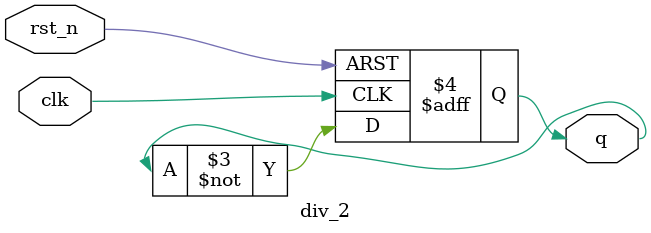
<source format=v>

module div_2(
    input wire clk,
    input wire rst_n,
    output reg q
    );

    always @ (posedge clk or negedge rst_n)
        if (!rst_n)
            q<=1'b0; // 复位置零
        else
            q<=~q; // 否则q信号翻转

endmodule

</source>
